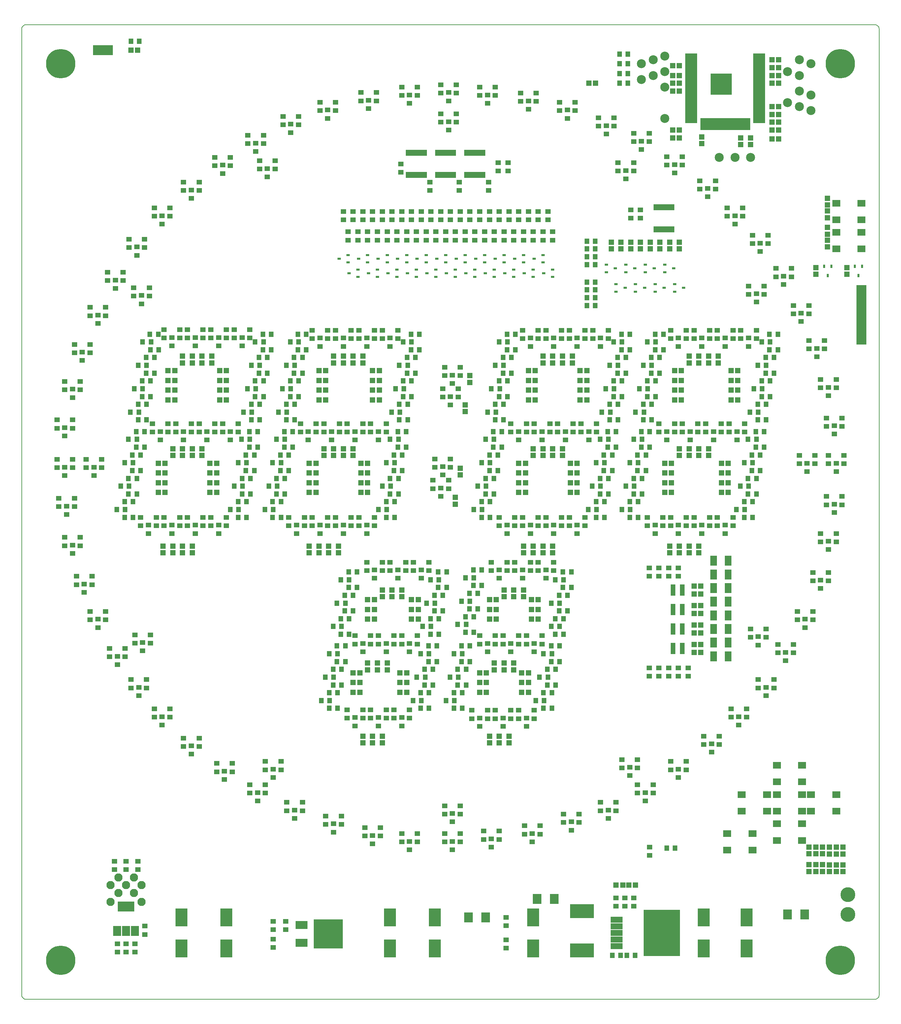
<source format=gts>
G04 PROTEUS RS274X GERBER FILE*
%FSLAX24Y24*%
%MOIN*%
%ADD47R,0.0580X0.0480*%
%ADD48R,0.0480X0.0580*%
%ADD49R,0.0790X0.0692*%
%ADD50R,0.0357X0.0633*%
%ADD22R,0.0370X0.0240*%
%ADD51R,0.0550X0.0550*%
%ADD52R,0.0450X0.0400*%
%ADD53R,0.1184X0.0554*%
%ADD54R,0.0554X0.1184*%
%ADD55R,0.2168X0.2168*%
%ADD56C,0.2968*%
%ADD29R,0.0240X0.0370*%
%ADD57R,0.0987X0.0987*%
%ADD58R,0.0908X0.1026*%
%ADD59R,0.1200X0.1800*%
%ADD60R,0.0800X0.1000*%
%ADD61R,0.1700X0.1000*%
%ADD62C,0.1500*%
%ADD63C,0.0908*%
%ADD64R,0.1000X0.1000*%
%ADD65R,0.1200X0.0620*%
%ADD66R,0.3700X0.4700*%
%ADD67R,0.2404X0.1420*%
%ADD68C,0.0829*%
%ADD69R,0.0700X0.1000*%
%ADD74R,0.2950X0.2950*%
%ADD75R,0.1200X0.0800*%
%ADD45C,0.0080*%
G54D47*
X-28937Y+28254D03*
X-28937Y+27414D03*
X-28149Y+27467D03*
X-28149Y+26627D03*
X-27362Y+28254D03*
X-27362Y+27414D03*
X-26574Y+28254D03*
X-26574Y+27414D03*
X-25787Y+27467D03*
X-25787Y+26627D03*
X-25000Y+28254D03*
X-25000Y+27414D03*
X-24212Y+28254D03*
X-24212Y+27414D03*
X-23425Y+27467D03*
X-23425Y+26627D03*
X-22637Y+28254D03*
X-22637Y+27414D03*
X-21850Y+28254D03*
X-21850Y+27414D03*
X-21062Y+27467D03*
X-21062Y+26627D03*
X-20275Y+28254D03*
X-20275Y+27414D03*
G54D48*
X-18110Y+27808D03*
X-18950Y+27808D03*
X-18897Y+27021D03*
X-19737Y+27021D03*
X-18110Y+26233D03*
X-18950Y+26233D03*
X-18503Y+25446D03*
X-19343Y+25446D03*
X-19291Y+24658D03*
X-20131Y+24658D03*
X-18503Y+23871D03*
X-19343Y+23871D03*
X-18897Y+23084D03*
X-19737Y+23084D03*
X-19685Y+22296D03*
X-20525Y+22296D03*
X-18897Y+21509D03*
X-19737Y+21509D03*
X-19291Y+20721D03*
X-20131Y+20721D03*
X-20078Y+19934D03*
X-20918Y+19934D03*
X-19291Y+19147D03*
X-20131Y+19147D03*
X-29527Y+27808D03*
X-30367Y+27808D03*
X-30262Y+27021D03*
X-31102Y+27021D03*
X-29474Y+26233D03*
X-30314Y+26233D03*
X-29921Y+25446D03*
X-30761Y+25446D03*
X-30708Y+24658D03*
X-31548Y+24658D03*
X-29921Y+23871D03*
X-30761Y+23871D03*
X-30314Y+23084D03*
X-31154Y+23084D03*
X-31102Y+22296D03*
X-31942Y+22296D03*
X-30314Y+21509D03*
X-31154Y+21509D03*
X-30708Y+20721D03*
X-31548Y+20721D03*
X-31496Y+19934D03*
X-32336Y+19934D03*
X-30708Y+19147D03*
X-31548Y+19147D03*
G54D47*
X-30118Y+18753D03*
X-30118Y+17913D03*
X-29330Y+17965D03*
X-29330Y+17125D03*
X-28543Y+18753D03*
X-28543Y+17913D03*
X-27755Y+18753D03*
X-27755Y+17913D03*
X-26968Y+17965D03*
X-26968Y+17125D03*
X-26181Y+18753D03*
X-26181Y+17913D03*
X-25393Y+18753D03*
X-25393Y+17913D03*
X-24606Y+17965D03*
X-24606Y+17125D03*
X-23818Y+18753D03*
X-23818Y+17913D03*
X-23031Y+18753D03*
X-23031Y+17913D03*
X-22244Y+17965D03*
X-22244Y+17125D03*
X-21456Y+18753D03*
X-21456Y+17913D03*
G54D48*
X-19488Y+17965D03*
X-20328Y+17965D03*
X-20275Y+17178D03*
X-21115Y+17178D03*
X-19488Y+16391D03*
X-20328Y+16391D03*
X-19829Y+15603D03*
X-20669Y+15603D03*
X-20616Y+14816D03*
X-21456Y+14816D03*
X-19829Y+14028D03*
X-20669Y+14028D03*
X-20222Y+13241D03*
X-21062Y+13241D03*
X-21010Y+12454D03*
X-21850Y+12454D03*
X-20222Y+11666D03*
X-21062Y+11666D03*
X-20616Y+10879D03*
X-21456Y+10879D03*
X-21404Y+10091D03*
X-22244Y+10091D03*
X-20616Y+9304D03*
X-21456Y+9304D03*
X-30905Y+17965D03*
X-31745Y+17965D03*
X-31692Y+17178D03*
X-32532Y+17178D03*
X-30905Y+16391D03*
X-31745Y+16391D03*
X-31299Y+15603D03*
X-32139Y+15603D03*
X-32086Y+14816D03*
X-32926Y+14816D03*
X-31299Y+14028D03*
X-32139Y+14028D03*
X-31692Y+13241D03*
X-32532Y+13241D03*
X-32480Y+12454D03*
X-33320Y+12454D03*
X-31692Y+11666D03*
X-32532Y+11666D03*
X-32086Y+10879D03*
X-32926Y+10879D03*
X-32874Y+10091D03*
X-33714Y+10091D03*
X-32086Y+9304D03*
X-32926Y+9304D03*
G54D47*
X-31299Y+9304D03*
X-31299Y+8464D03*
X-30511Y+8517D03*
X-30511Y+7677D03*
X-29724Y+9304D03*
X-29724Y+8464D03*
X-28937Y+9304D03*
X-28937Y+8464D03*
X-28149Y+8517D03*
X-28149Y+7677D03*
X-27362Y+9304D03*
X-27362Y+8464D03*
X-26574Y+9304D03*
X-26574Y+8464D03*
X-25787Y+8517D03*
X-25787Y+7677D03*
X-25000Y+9304D03*
X-25000Y+8464D03*
X-24212Y+9304D03*
X-24212Y+8464D03*
X-23425Y+8517D03*
X-23425Y+7677D03*
X-22637Y+9304D03*
X-22637Y+8464D03*
X-13976Y+28202D03*
X-13976Y+27362D03*
X-13188Y+27414D03*
X-13188Y+26574D03*
X-12401Y+28202D03*
X-12401Y+27362D03*
X-11614Y+28202D03*
X-11614Y+27362D03*
X-10826Y+27414D03*
X-10826Y+26574D03*
X-10039Y+28202D03*
X-10039Y+27362D03*
X-9251Y+28202D03*
X-9251Y+27362D03*
X-8464Y+27414D03*
X-8464Y+26574D03*
X-7677Y+28202D03*
X-7677Y+27362D03*
X-6889Y+28202D03*
X-6889Y+27362D03*
X-6102Y+27414D03*
X-6102Y+26574D03*
X-5314Y+28202D03*
X-5314Y+27362D03*
G54D48*
X-3149Y+27808D03*
X-3989Y+27808D03*
X-3937Y+27021D03*
X-4777Y+27021D03*
X-3149Y+26233D03*
X-3989Y+26233D03*
X-3543Y+25446D03*
X-4383Y+25446D03*
X-4330Y+24658D03*
X-5170Y+24658D03*
X-3543Y+23871D03*
X-4383Y+23871D03*
X-3937Y+23084D03*
X-4777Y+23084D03*
X-4724Y+22296D03*
X-5564Y+22296D03*
X-3937Y+21509D03*
X-4777Y+21509D03*
X-4330Y+20721D03*
X-5170Y+20721D03*
X-5118Y+19934D03*
X-5958Y+19934D03*
X-4330Y+19147D03*
X-5170Y+19147D03*
X-14566Y+27808D03*
X-15406Y+27808D03*
X-15354Y+27021D03*
X-16194Y+27021D03*
X-14566Y+26233D03*
X-15406Y+26233D03*
X-14960Y+25446D03*
X-15800Y+25446D03*
X-15748Y+24658D03*
X-16588Y+24658D03*
X-14960Y+23871D03*
X-15800Y+23871D03*
X-15354Y+23084D03*
X-16194Y+23084D03*
X-16141Y+22296D03*
X-16981Y+22296D03*
X-15354Y+21509D03*
X-16194Y+21509D03*
X-15748Y+20721D03*
X-16588Y+20721D03*
X-16535Y+19934D03*
X-17375Y+19934D03*
X-15748Y+19147D03*
X-16588Y+19147D03*
G54D47*
X-15157Y+18753D03*
X-15157Y+17913D03*
X-14370Y+17965D03*
X-14370Y+17125D03*
X-13582Y+18753D03*
X-13582Y+17913D03*
X-12795Y+18753D03*
X-12795Y+17913D03*
X-12007Y+17965D03*
X-12007Y+17125D03*
X-11220Y+18753D03*
X-11220Y+17913D03*
X-10433Y+18753D03*
X-10433Y+17913D03*
X-9645Y+17965D03*
X-9645Y+17125D03*
X-8858Y+18753D03*
X-8858Y+17913D03*
X-8070Y+18753D03*
X-8070Y+17913D03*
X-7283Y+17965D03*
X-7283Y+17125D03*
X-6496Y+18753D03*
X-6496Y+17913D03*
G54D48*
X-4474Y+17965D03*
X-5314Y+17965D03*
X-5262Y+17178D03*
X-6102Y+17178D03*
X-4474Y+16391D03*
X-5314Y+16391D03*
X-4868Y+15603D03*
X-5708Y+15603D03*
X-5656Y+14816D03*
X-6496Y+14816D03*
X-4868Y+14028D03*
X-5708Y+14028D03*
X-5262Y+13241D03*
X-6102Y+13241D03*
X-6049Y+12454D03*
X-6889Y+12454D03*
X-5262Y+11666D03*
X-6102Y+11666D03*
X-5656Y+10879D03*
X-6496Y+10879D03*
X-6443Y+10091D03*
X-7283Y+10091D03*
X-5656Y+9304D03*
X-6496Y+9304D03*
X-15944Y+17965D03*
X-16784Y+17965D03*
X-16732Y+17178D03*
X-17572Y+17178D03*
X-15944Y+16391D03*
X-16784Y+16391D03*
X-16338Y+15603D03*
X-17178Y+15603D03*
X-17125Y+14816D03*
X-17965Y+14816D03*
X-16338Y+14028D03*
X-17178Y+14028D03*
X-16732Y+13241D03*
X-17572Y+13241D03*
X-17519Y+12454D03*
X-18359Y+12454D03*
X-16732Y+11666D03*
X-17572Y+11666D03*
X-17125Y+10879D03*
X-17965Y+10879D03*
X-17913Y+10091D03*
X-18753Y+10091D03*
X-17125Y+9304D03*
X-17965Y+9304D03*
G54D47*
X-16338Y+9304D03*
X-16338Y+8464D03*
X-15551Y+8517D03*
X-15551Y+7677D03*
X-14763Y+9304D03*
X-14763Y+8464D03*
X-13976Y+9304D03*
X-13976Y+8464D03*
X-13188Y+8517D03*
X-13188Y+7677D03*
X-12401Y+9304D03*
X-12401Y+8464D03*
X-11614Y+9304D03*
X-11614Y+8464D03*
X-10826Y+8517D03*
X-10826Y+7677D03*
X-10039Y+9304D03*
X-10039Y+8464D03*
X-9251Y+9304D03*
X-9251Y+8464D03*
X-8464Y+8517D03*
X-8464Y+7677D03*
X-7677Y+9304D03*
X-7677Y+8464D03*
X-590Y+24462D03*
X-590Y+23622D03*
X+196Y+23674D03*
X+196Y+22834D03*
X+984Y+24462D03*
X+984Y+23622D03*
X-787Y+22296D03*
X-787Y+21456D03*
X+0Y+21509D03*
X+0Y+20669D03*
X+787Y+22296D03*
X+787Y+21456D03*
X-1574Y+15210D03*
X-1574Y+14370D03*
X-787Y+14422D03*
X-787Y+13582D03*
X+0Y+15210D03*
X+0Y+14370D03*
X-1771Y+13044D03*
X-1771Y+12204D03*
X-984Y+12257D03*
X-984Y+11417D03*
X-196Y+13044D03*
X-196Y+12204D03*
X+7283Y+28202D03*
X+7283Y+27362D03*
X+8070Y+27414D03*
X+8070Y+26574D03*
X+8858Y+28202D03*
X+8858Y+27362D03*
X+9645Y+28202D03*
X+9645Y+27362D03*
X+10433Y+27414D03*
X+10433Y+26574D03*
X+11220Y+28202D03*
X+11220Y+27362D03*
X+12007Y+28202D03*
X+12007Y+27362D03*
X+12795Y+27414D03*
X+12795Y+26574D03*
X+13582Y+28202D03*
X+13582Y+27362D03*
X+14370Y+28202D03*
X+14370Y+27362D03*
X+15157Y+27414D03*
X+15157Y+26574D03*
X+15944Y+28202D03*
X+15944Y+27362D03*
G54D48*
X+18110Y+27808D03*
X+17270Y+27808D03*
X+17322Y+27021D03*
X+16482Y+27021D03*
X+18110Y+26233D03*
X+17270Y+26233D03*
X+17716Y+25446D03*
X+16876Y+25446D03*
X+16929Y+24658D03*
X+16089Y+24658D03*
X+17716Y+23871D03*
X+16876Y+23871D03*
X+17322Y+23084D03*
X+16482Y+23084D03*
X+16535Y+22296D03*
X+15695Y+22296D03*
X+17322Y+21509D03*
X+16482Y+21509D03*
X+16929Y+20721D03*
X+16089Y+20721D03*
X+16141Y+19934D03*
X+15301Y+19934D03*
X+16929Y+19147D03*
X+16089Y+19147D03*
X+6548Y+27808D03*
X+5708Y+27808D03*
X+5761Y+27021D03*
X+4921Y+27021D03*
X+6548Y+26233D03*
X+5708Y+26233D03*
X+6154Y+25446D03*
X+5314Y+25446D03*
X+5367Y+24658D03*
X+4527Y+24658D03*
X+6154Y+23871D03*
X+5314Y+23871D03*
X+5761Y+23084D03*
X+4921Y+23084D03*
X+4973Y+22296D03*
X+4133Y+22296D03*
X+5761Y+21509D03*
X+4921Y+21509D03*
X+5367Y+20721D03*
X+4527Y+20721D03*
X+4580Y+19934D03*
X+3740Y+19934D03*
X+5367Y+19147D03*
X+4527Y+19147D03*
G54D47*
X+6102Y+18753D03*
X+6102Y+17913D03*
X+6889Y+17965D03*
X+6889Y+17125D03*
X+7677Y+18753D03*
X+7677Y+17913D03*
X+8464Y+18753D03*
X+8464Y+17913D03*
X+9251Y+17965D03*
X+9251Y+17125D03*
X+10039Y+18753D03*
X+10039Y+17913D03*
X+10826Y+18753D03*
X+10826Y+17913D03*
X+11614Y+17965D03*
X+11614Y+17125D03*
X+12401Y+18753D03*
X+12401Y+17913D03*
X+13188Y+18753D03*
X+13188Y+17913D03*
X+13976Y+17965D03*
X+13976Y+17125D03*
X+14763Y+18753D03*
X+14763Y+17913D03*
G54D48*
X+16732Y+17965D03*
X+15892Y+17965D03*
X+15944Y+17178D03*
X+15104Y+17178D03*
X+16732Y+16391D03*
X+15892Y+16391D03*
X+16338Y+15603D03*
X+15498Y+15603D03*
X+15551Y+14816D03*
X+14711Y+14816D03*
X+16338Y+14028D03*
X+15498Y+14028D03*
X+15944Y+13241D03*
X+15104Y+13241D03*
X+15157Y+12454D03*
X+14317Y+12454D03*
X+15944Y+11666D03*
X+15104Y+11666D03*
X+15551Y+10879D03*
X+14711Y+10879D03*
X+14763Y+10091D03*
X+13923Y+10091D03*
X+15551Y+9304D03*
X+14711Y+9304D03*
X+5170Y+17965D03*
X+4330Y+17965D03*
X+4383Y+17178D03*
X+3543Y+17178D03*
X+5170Y+16391D03*
X+4330Y+16391D03*
X+4777Y+15603D03*
X+3937Y+15603D03*
X+3989Y+14816D03*
X+3149Y+14816D03*
X+4777Y+14028D03*
X+3937Y+14028D03*
X+4383Y+13241D03*
X+3543Y+13241D03*
X+3595Y+12454D03*
X+2755Y+12454D03*
X+4383Y+11666D03*
X+3543Y+11666D03*
X+3989Y+10879D03*
X+3149Y+10879D03*
X+3202Y+10091D03*
X+2362Y+10091D03*
X+3989Y+9304D03*
X+3149Y+9304D03*
G54D47*
X+4921Y+9304D03*
X+4921Y+8464D03*
X+5708Y+8517D03*
X+5708Y+7677D03*
X+6496Y+9304D03*
X+6496Y+8464D03*
X+7283Y+9304D03*
X+7283Y+8464D03*
X+8070Y+8517D03*
X+8070Y+7677D03*
X+8858Y+9304D03*
X+8858Y+8464D03*
X+9645Y+9304D03*
X+9645Y+8464D03*
X+10433Y+8517D03*
X+10433Y+7677D03*
X+11220Y+9304D03*
X+11220Y+8464D03*
X+12007Y+9304D03*
X+12007Y+8464D03*
X+12795Y+8517D03*
X+12795Y+7677D03*
X+13582Y+9304D03*
X+13582Y+8464D03*
X+22244Y+28202D03*
X+22244Y+27362D03*
X+23031Y+27414D03*
X+23031Y+26574D03*
X+23818Y+28202D03*
X+23818Y+27362D03*
X+24606Y+28202D03*
X+24606Y+27362D03*
X+25393Y+27414D03*
X+25393Y+26574D03*
X+26181Y+28202D03*
X+26181Y+27362D03*
X+26968Y+28202D03*
X+26968Y+27362D03*
X+27755Y+27414D03*
X+27755Y+26574D03*
X+28543Y+28202D03*
X+28543Y+27362D03*
X+29330Y+28202D03*
X+29330Y+27362D03*
X+30118Y+27414D03*
X+30118Y+26574D03*
X+30905Y+28202D03*
X+30905Y+27362D03*
G54D48*
X+33070Y+27808D03*
X+32230Y+27808D03*
X+32283Y+27021D03*
X+31443Y+27021D03*
X+33070Y+26233D03*
X+32230Y+26233D03*
X+32677Y+25446D03*
X+31837Y+25446D03*
X+31889Y+24658D03*
X+31049Y+24658D03*
X+32677Y+23871D03*
X+31837Y+23871D03*
X+32283Y+23084D03*
X+31443Y+23084D03*
X+31496Y+22296D03*
X+30656Y+22296D03*
X+32283Y+21509D03*
X+31443Y+21509D03*
X+31889Y+20721D03*
X+31049Y+20721D03*
X+31102Y+19934D03*
X+30262Y+19934D03*
X+31889Y+19147D03*
X+31049Y+19147D03*
X+21509Y+27808D03*
X+20669Y+27808D03*
X+20721Y+27021D03*
X+19881Y+27021D03*
X+21509Y+26233D03*
X+20669Y+26233D03*
X+21115Y+25446D03*
X+20275Y+25446D03*
X+20328Y+24658D03*
X+19488Y+24658D03*
X+21115Y+23871D03*
X+20275Y+23871D03*
X+20721Y+23084D03*
X+19881Y+23084D03*
X+19934Y+22296D03*
X+19094Y+22296D03*
X+20721Y+21509D03*
X+19881Y+21509D03*
X+20328Y+20721D03*
X+19488Y+20721D03*
X+19540Y+19934D03*
X+18700Y+19934D03*
X+20328Y+19147D03*
X+19488Y+19147D03*
G54D47*
X+21062Y+18753D03*
X+21062Y+17913D03*
X+21850Y+17965D03*
X+21850Y+17125D03*
X+22637Y+18753D03*
X+22637Y+17913D03*
X+23425Y+18753D03*
X+23425Y+17913D03*
X+24212Y+17965D03*
X+24212Y+17125D03*
X+25000Y+18753D03*
X+25000Y+17913D03*
X+25787Y+18753D03*
X+25787Y+17913D03*
X+26574Y+17965D03*
X+26574Y+17125D03*
X+27362Y+18753D03*
X+27362Y+17913D03*
X+28149Y+18753D03*
X+28149Y+17913D03*
X+28937Y+17965D03*
X+28937Y+17125D03*
X+29724Y+18753D03*
X+29724Y+17913D03*
G54D48*
X+31692Y+17965D03*
X+30852Y+17965D03*
X+30905Y+17178D03*
X+30065Y+17178D03*
X+31692Y+16391D03*
X+30852Y+16391D03*
X+31299Y+15603D03*
X+30459Y+15603D03*
X+30511Y+14816D03*
X+29671Y+14816D03*
X+31299Y+14028D03*
X+30459Y+14028D03*
X+30905Y+13241D03*
X+30065Y+13241D03*
X+30118Y+12454D03*
X+29278Y+12454D03*
X+30905Y+11666D03*
X+30065Y+11666D03*
X+30511Y+10879D03*
X+29671Y+10879D03*
X+29724Y+10091D03*
X+28884Y+10091D03*
X+30511Y+9304D03*
X+29671Y+9304D03*
X+20131Y+17965D03*
X+19291Y+17965D03*
X+19343Y+17178D03*
X+18503Y+17178D03*
X+20131Y+16391D03*
X+19291Y+16391D03*
X+19737Y+15603D03*
X+18897Y+15603D03*
X+18950Y+14816D03*
X+18110Y+14816D03*
X+19737Y+14028D03*
X+18897Y+14028D03*
X+19343Y+13241D03*
X+18503Y+13241D03*
X+18556Y+12454D03*
X+17716Y+12454D03*
X+19343Y+11666D03*
X+18503Y+11666D03*
X+18950Y+10879D03*
X+18110Y+10879D03*
X+18162Y+10091D03*
X+17322Y+10091D03*
X+18950Y+9304D03*
X+18110Y+9304D03*
G54D47*
X+19881Y+9304D03*
X+19881Y+8464D03*
X+20669Y+8517D03*
X+20669Y+7677D03*
X+21456Y+9304D03*
X+21456Y+8464D03*
X+22244Y+9304D03*
X+22244Y+8464D03*
X+23031Y+8517D03*
X+23031Y+7677D03*
X+23818Y+9304D03*
X+23818Y+8464D03*
X+24606Y+9304D03*
X+24606Y+8464D03*
X+25393Y+8517D03*
X+25393Y+7677D03*
X+26181Y+9304D03*
X+26181Y+8464D03*
X+26968Y+9304D03*
X+26968Y+8464D03*
X+27755Y+8517D03*
X+27755Y+7677D03*
X+28543Y+9304D03*
X+28543Y+8464D03*
X-8464Y+4777D03*
X-8464Y+3937D03*
X-7677Y+3989D03*
X-7677Y+3149D03*
X-6889Y+4777D03*
X-6889Y+3937D03*
X-6102Y+4777D03*
X-6102Y+3937D03*
X-5314Y+3989D03*
X-5314Y+3149D03*
X-4527Y+4777D03*
X-4527Y+3937D03*
X-3740Y+4777D03*
X-3740Y+3937D03*
X-2952Y+3989D03*
X-2952Y+3149D03*
X-2165Y+4777D03*
X-2165Y+3937D03*
G54D48*
X-393Y+3792D03*
X-1233Y+3792D03*
X-1181Y+3005D03*
X-2021Y+3005D03*
X-393Y+2217D03*
X-1233Y+2217D03*
X-787Y+1430D03*
X-1627Y+1430D03*
X-1574Y+643D03*
X-2414Y+643D03*
X-787Y-144D03*
X-1627Y-144D03*
X-1181Y-931D03*
X-2021Y-931D03*
X-1968Y-1719D03*
X-2808Y-1719D03*
X-1181Y-2506D03*
X-2021Y-2506D03*
X-9448Y+3792D03*
X-10288Y+3792D03*
X-10236Y+3005D03*
X-11076Y+3005D03*
X-9448Y+2217D03*
X-10288Y+2217D03*
X-9842Y+1430D03*
X-10682Y+1430D03*
X-10629Y+643D03*
X-11469Y+643D03*
X-9842Y-144D03*
X-10682Y-144D03*
X-10236Y-931D03*
X-11076Y-931D03*
X-11023Y-1719D03*
X-11863Y-1719D03*
X-10236Y-2506D03*
X-11076Y-2506D03*
G54D47*
X-9645Y-2650D03*
X-9645Y-3490D03*
X-8858Y-3438D03*
X-8858Y-4278D03*
X-8070Y-2650D03*
X-8070Y-3490D03*
X-7283Y-2650D03*
X-7283Y-3490D03*
X-6496Y-3438D03*
X-6496Y-4278D03*
X-5708Y-2650D03*
X-5708Y-3490D03*
X-4921Y-2650D03*
X-4921Y-3490D03*
X-4133Y-3438D03*
X-4133Y-4278D03*
X-3346Y-2650D03*
X-3346Y-3490D03*
G54D48*
X-1377Y-3687D03*
X-2217Y-3687D03*
X-2165Y-4474D03*
X-3005Y-4474D03*
X-1377Y-5262D03*
X-2217Y-5262D03*
X-1771Y-6049D03*
X-2611Y-6049D03*
X-2559Y-6837D03*
X-3399Y-6837D03*
X-1771Y-7624D03*
X-2611Y-7624D03*
X-2165Y-8411D03*
X-3005Y-8411D03*
X-2952Y-9199D03*
X-3792Y-9199D03*
X-2165Y-9986D03*
X-3005Y-9986D03*
X-10629Y-3687D03*
X-11469Y-3687D03*
X-11417Y-4474D03*
X-12257Y-4474D03*
X-10629Y-5262D03*
X-11469Y-5262D03*
X-11023Y-6049D03*
X-11863Y-6049D03*
X-11811Y-6837D03*
X-12651Y-6837D03*
X-11023Y-7624D03*
X-11863Y-7624D03*
X-11417Y-8411D03*
X-12257Y-8411D03*
X-12204Y-9199D03*
X-13044Y-9199D03*
X-11417Y-9986D03*
X-12257Y-9986D03*
G54D47*
X-10433Y-10131D03*
X-10433Y-10971D03*
X-9645Y-10918D03*
X-9645Y-11758D03*
X-8858Y-10131D03*
X-8858Y-10971D03*
X-8070Y-10131D03*
X-8070Y-10971D03*
X-7283Y-10918D03*
X-7283Y-11758D03*
X-6496Y-10131D03*
X-6496Y-10971D03*
X-5708Y-10131D03*
X-5708Y-10971D03*
X-4921Y-10918D03*
X-4921Y-11758D03*
X-4133Y-10131D03*
X-4133Y-10971D03*
X+4133Y+4777D03*
X+4133Y+3937D03*
X+4921Y+3989D03*
X+4921Y+3149D03*
X+5708Y+4777D03*
X+5708Y+3937D03*
X+6496Y+4777D03*
X+6496Y+3937D03*
X+7283Y+3989D03*
X+7283Y+3149D03*
X+8070Y+4777D03*
X+8070Y+3937D03*
X+8858Y+4777D03*
X+8858Y+3937D03*
X+9645Y+3989D03*
X+9645Y+3149D03*
X+10433Y+4777D03*
X+10433Y+3937D03*
G54D48*
X+12204Y+3792D03*
X+11364Y+3792D03*
X+11417Y+3005D03*
X+10577Y+3005D03*
X+12204Y+2217D03*
X+11364Y+2217D03*
X+11811Y+1430D03*
X+10971Y+1430D03*
X+11023Y+643D03*
X+10183Y+643D03*
X+11811Y-144D03*
X+10971Y-144D03*
X+11417Y-931D03*
X+10577Y-931D03*
X+11023Y-1719D03*
X+10183Y-1719D03*
X+11417Y-2506D03*
X+10577Y-2506D03*
X+3149Y+3989D03*
X+2309Y+3989D03*
X+2362Y+3202D03*
X+1522Y+3202D03*
X+3149Y+2414D03*
X+2309Y+2414D03*
X+2755Y+1627D03*
X+1915Y+1627D03*
X+1968Y+840D03*
X+1128Y+840D03*
X+2755Y+52D03*
X+1915Y+52D03*
X+2362Y-734D03*
X+1522Y-734D03*
X+1574Y-1522D03*
X+734Y-1522D03*
X+2362Y-2309D03*
X+1522Y-2309D03*
G54D47*
X+2952Y-2650D03*
X+2952Y-3490D03*
X+3740Y-3438D03*
X+3740Y-4278D03*
X+4527Y-2650D03*
X+4527Y-3490D03*
X+5314Y-2650D03*
X+5314Y-3490D03*
X+6102Y-3438D03*
X+6102Y-4278D03*
X+6889Y-2650D03*
X+6889Y-3490D03*
X+7677Y-2650D03*
X+7677Y-3490D03*
X+8464Y-3438D03*
X+8464Y-4278D03*
X+9251Y-2650D03*
X+9251Y-3490D03*
G54D48*
X+11023Y-3687D03*
X+10183Y-3687D03*
X+10236Y-4474D03*
X+9396Y-4474D03*
X+11023Y-5262D03*
X+10183Y-5262D03*
X+10629Y-6049D03*
X+9789Y-6049D03*
X+9842Y-6837D03*
X+9002Y-6837D03*
X+10629Y-7624D03*
X+9789Y-7624D03*
X+10236Y-8411D03*
X+9396Y-8411D03*
X+9448Y-9199D03*
X+8608Y-9199D03*
X+10236Y-9986D03*
X+9396Y-9986D03*
X+1968Y-3687D03*
X+1128Y-3687D03*
X+1181Y-4474D03*
X+341Y-4474D03*
X+1968Y-5262D03*
X+1128Y-5262D03*
X+1574Y-6049D03*
X+734Y-6049D03*
X+787Y-6837D03*
X-52Y-6837D03*
X+1574Y-7624D03*
X+734Y-7624D03*
X+1181Y-8411D03*
X+341Y-8411D03*
X+393Y-9199D03*
X-446Y-9199D03*
X+1181Y-9986D03*
X+341Y-9986D03*
G54D47*
X+2165Y-10183D03*
X+2165Y-11023D03*
X+2952Y-10971D03*
X+2952Y-11811D03*
X+3740Y-10183D03*
X+3740Y-11023D03*
X+4527Y-10183D03*
X+4527Y-11023D03*
X+5314Y-10971D03*
X+5314Y-11811D03*
X+6102Y-10183D03*
X+6102Y-11023D03*
X+6889Y-10183D03*
X+6889Y-11023D03*
X+7677Y-10971D03*
X+7677Y-11811D03*
X+8464Y-10183D03*
X+8464Y-11023D03*
X+16929Y+45131D03*
X+16929Y+44291D03*
X+17716Y+44343D03*
X+17716Y+43503D03*
X+18503Y+45131D03*
X+18503Y+44291D03*
X+30118Y+32677D03*
X+30118Y+31837D03*
X+30905Y+31889D03*
X+30905Y+31049D03*
X+31692Y+32677D03*
X+31692Y+31837D03*
X+35236Y+15551D03*
X+35236Y+14711D03*
X+36023Y+14763D03*
X+36023Y+13923D03*
X+36811Y+15551D03*
X+36811Y+14711D03*
X+30314Y-1968D03*
X+30314Y-2808D03*
X+31102Y-2755D03*
X+31102Y-3595D03*
X+31889Y-1968D03*
X+31889Y-2808D03*
X+17322Y-15157D03*
X+17322Y-15997D03*
X+18110Y-15944D03*
X+18110Y-16784D03*
X+18897Y-15157D03*
X+18897Y-15997D03*
X-590Y-19829D03*
X-590Y-20669D03*
X+196Y-20616D03*
X+196Y-21456D03*
X+984Y-19829D03*
X+984Y-20669D03*
X-18700Y-15354D03*
X-18700Y-16194D03*
X-17913Y-16141D03*
X-17913Y-16981D03*
X-17125Y-15354D03*
X-17125Y-16194D03*
X-31889Y-2559D03*
X-31889Y-3399D03*
X-31102Y-3346D03*
X-31102Y-4186D03*
X-30314Y-2559D03*
X-30314Y-3399D03*
X-36811Y+15157D03*
X-36811Y+14317D03*
X-36023Y+14370D03*
X-36023Y+13530D03*
X-35236Y+15157D03*
X-35236Y+14317D03*
X-32000Y+32500D03*
X-32000Y+31660D03*
X-31212Y+31712D03*
X-31212Y+30872D03*
X-30425Y+32500D03*
X-30425Y+31660D03*
X-19291Y+45328D03*
X-19291Y+44488D03*
X-18503Y+44540D03*
X-18503Y+43700D03*
X-17716Y+45328D03*
X-17716Y+44488D03*
X-984Y+50052D03*
X-984Y+49212D03*
X-196Y+49265D03*
X-196Y+48425D03*
X+590Y+50052D03*
X+590Y+49212D03*
X-984Y+53005D03*
X-984Y+52165D03*
X-196Y+52217D03*
X-196Y+51377D03*
X+590Y+53005D03*
X+590Y+52165D03*
X+2952Y+52755D03*
X+2952Y+51915D03*
X+3740Y+51968D03*
X+3740Y+51128D03*
X+4527Y+52755D03*
X+4527Y+51915D03*
X+7086Y+52165D03*
X+7086Y+51325D03*
X+7874Y+51377D03*
X+7874Y+50537D03*
X+8661Y+52165D03*
X+8661Y+51325D03*
X+11023Y+51233D03*
X+11023Y+50393D03*
X+11811Y+50446D03*
X+11811Y+49606D03*
X+12598Y+51233D03*
X+12598Y+50393D03*
X+14960Y+49658D03*
X+14960Y+48818D03*
X+15748Y+48871D03*
X+15748Y+48031D03*
X+16535Y+49658D03*
X+16535Y+48818D03*
X+18503Y+48084D03*
X+18503Y+47244D03*
X+19291Y+47296D03*
X+19291Y+46456D03*
X+20078Y+48084D03*
X+20078Y+47244D03*
X+21850Y+45721D03*
X+21850Y+44881D03*
X+22637Y+44934D03*
X+22637Y+44094D03*
X+23425Y+45721D03*
X+23425Y+44881D03*
X+25196Y+43307D03*
X+25196Y+42467D03*
X+25984Y+42519D03*
X+25984Y+41679D03*
X+26771Y+43307D03*
X+26771Y+42467D03*
X+27952Y+40551D03*
X+27952Y+39711D03*
X+28740Y+39763D03*
X+28740Y+38923D03*
X+29527Y+40551D03*
X+29527Y+39711D03*
X+30511Y+37795D03*
X+30511Y+36955D03*
X+31299Y+37007D03*
X+31299Y+36167D03*
X+32086Y+37795D03*
X+32086Y+36955D03*
X+32874Y+34448D03*
X+32874Y+33608D03*
X+33661Y+33661D03*
X+33661Y+32821D03*
X+34448Y+34448D03*
X+34448Y+33608D03*
X+34645Y+30708D03*
X+34645Y+29868D03*
X+35433Y+29921D03*
X+35433Y+29081D03*
X+36220Y+30708D03*
X+36220Y+29868D03*
X+36220Y+27165D03*
X+36220Y+26325D03*
X+37007Y+26377D03*
X+37007Y+25537D03*
X+37795Y+27165D03*
X+37795Y+26325D03*
X+37401Y+23228D03*
X+37401Y+22388D03*
X+38188Y+22440D03*
X+38188Y+21600D03*
X+38976Y+23228D03*
X+38976Y+22388D03*
X+37992Y+19343D03*
X+37992Y+18503D03*
X+38779Y+18556D03*
X+38779Y+17716D03*
X+39566Y+19343D03*
X+39566Y+18503D03*
X+38188Y+15551D03*
X+38188Y+14711D03*
X+38976Y+14763D03*
X+38976Y+13923D03*
X+39763Y+15551D03*
X+39763Y+14711D03*
X+37992Y+11417D03*
X+37992Y+10577D03*
X+38779Y+10629D03*
X+38779Y+9789D03*
X+39566Y+11417D03*
X+39566Y+10577D03*
X+37401Y+7677D03*
X+37401Y+6837D03*
X+38188Y+6889D03*
X+38188Y+6049D03*
X+38976Y+7677D03*
X+38976Y+6837D03*
X+36614Y+3740D03*
X+36614Y+2900D03*
X+37401Y+2952D03*
X+37401Y+2112D03*
X+38188Y+3740D03*
X+38188Y+2900D03*
X+35039Y-196D03*
X+35039Y-1036D03*
X+35826Y-984D03*
X+35826Y-1824D03*
X+36614Y-196D03*
X+36614Y-1036D03*
X+33070Y-3543D03*
X+33070Y-4383D03*
X+33858Y-4330D03*
X+33858Y-5170D03*
X+34645Y-3543D03*
X+34645Y-4383D03*
X+31102Y-7086D03*
X+31102Y-7926D03*
X+31889Y-7874D03*
X+31889Y-8714D03*
X+32677Y-7086D03*
X+32677Y-7926D03*
X+28346Y-10039D03*
X+28346Y-10879D03*
X+29133Y-10826D03*
X+29133Y-11666D03*
X+29921Y-10039D03*
X+29921Y-10879D03*
X+25590Y-12795D03*
X+25590Y-13635D03*
X+26377Y-13582D03*
X+26377Y-14422D03*
X+27165Y-12795D03*
X+27165Y-13635D03*
X+22244Y-15354D03*
X+22244Y-16194D03*
X+23031Y-16141D03*
X+23031Y-16981D03*
X+23818Y-15354D03*
X+23818Y-16194D03*
X+18897Y-17716D03*
X+18897Y-18556D03*
X+19685Y-18503D03*
X+19685Y-19343D03*
X+20472Y-17716D03*
X+20472Y-18556D03*
X+15157Y-19488D03*
X+15157Y-20328D03*
X+15944Y-20275D03*
X+15944Y-21115D03*
X+16732Y-19488D03*
X+16732Y-20328D03*
X+11417Y-20669D03*
X+11417Y-21509D03*
X+12204Y-21456D03*
X+12204Y-22296D03*
X+12992Y-20669D03*
X+12992Y-21509D03*
X+7480Y-21850D03*
X+7480Y-22690D03*
X+8267Y-22637D03*
X+8267Y-23477D03*
X+9055Y-21850D03*
X+9055Y-22690D03*
X+3346Y-22388D03*
X+3346Y-23228D03*
X+4133Y-23175D03*
X+4133Y-24015D03*
X+4921Y-22388D03*
X+4921Y-23228D03*
X-590Y-22637D03*
X-590Y-23477D03*
X+196Y-23425D03*
X+196Y-24265D03*
X+984Y-22637D03*
X+984Y-23477D03*
X-4921Y-22637D03*
X-4921Y-23477D03*
X-4133Y-23425D03*
X-4133Y-24265D03*
X-3346Y-22637D03*
X-3346Y-23477D03*
X-8661Y-22047D03*
X-8661Y-22887D03*
X-7874Y-22834D03*
X-7874Y-23674D03*
X-7086Y-22047D03*
X-7086Y-22887D03*
X-12598Y-20866D03*
X-12598Y-21706D03*
X-11811Y-21653D03*
X-11811Y-22493D03*
X-11023Y-20866D03*
X-11023Y-21706D03*
X-16535Y-19488D03*
X-16535Y-20328D03*
X-15748Y-20275D03*
X-15748Y-21115D03*
X-14960Y-19488D03*
X-14960Y-20328D03*
X-20275Y-17716D03*
X-20275Y-18556D03*
X-19488Y-18503D03*
X-19488Y-19343D03*
X-18700Y-17716D03*
X-18700Y-18556D03*
X-23622Y-15551D03*
X-23622Y-16391D03*
X-22834Y-16338D03*
X-22834Y-17178D03*
X-22047Y-15551D03*
X-22047Y-16391D03*
X-26968Y-12992D03*
X-26968Y-13832D03*
X-26181Y-13779D03*
X-26181Y-14619D03*
X-25393Y-12992D03*
X-25393Y-13832D03*
X-29921Y-10039D03*
X-29921Y-10879D03*
X-29133Y-10826D03*
X-29133Y-11666D03*
X-28346Y-10039D03*
X-28346Y-10879D03*
X-32283Y-7086D03*
X-32283Y-7926D03*
X-31496Y-7874D03*
X-31496Y-8714D03*
X-30708Y-7086D03*
X-30708Y-7926D03*
X-34448Y-3937D03*
X-34448Y-4777D03*
X-33661Y-4724D03*
X-33661Y-5564D03*
X-32874Y-3937D03*
X-32874Y-4777D03*
X-36417Y-196D03*
X-36417Y-1036D03*
X-35629Y-984D03*
X-35629Y-1824D03*
X-34842Y-196D03*
X-34842Y-1036D03*
X-37795Y+3346D03*
X-37795Y+2506D03*
X-37007Y+2559D03*
X-37007Y+1719D03*
X-36220Y+3346D03*
X-36220Y+2506D03*
X-38976Y+7283D03*
X-38976Y+6443D03*
X-38188Y+6496D03*
X-38188Y+5656D03*
X-37401Y+7283D03*
X-37401Y+6443D03*
X-39566Y+11220D03*
X-39566Y+10380D03*
X-38779Y+10433D03*
X-38779Y+9593D03*
X-37992Y+11220D03*
X-37992Y+10380D03*
X-39763Y+15157D03*
X-39763Y+14317D03*
X-38976Y+14370D03*
X-38976Y+13530D03*
X-38188Y+15157D03*
X-38188Y+14317D03*
X-39763Y+19147D03*
X-39763Y+18307D03*
X-38976Y+18359D03*
X-38976Y+17519D03*
X-38188Y+19147D03*
X-38188Y+18307D03*
X-38976Y+23031D03*
X-38976Y+22191D03*
X-38188Y+22244D03*
X-38188Y+21404D03*
X-37401Y+23031D03*
X-37401Y+22191D03*
X-37992Y+26771D03*
X-37992Y+25931D03*
X-37204Y+25984D03*
X-37204Y+25144D03*
X-36417Y+26771D03*
X-36417Y+25931D03*
X-36417Y+30511D03*
X-36417Y+29671D03*
X-35629Y+29724D03*
X-35629Y+28884D03*
X-34842Y+30511D03*
X-34842Y+29671D03*
X-34645Y+34055D03*
X-34645Y+33215D03*
X-33858Y+33267D03*
X-33858Y+32427D03*
X-33070Y+34055D03*
X-33070Y+33215D03*
X-32480Y+37401D03*
X-32480Y+36561D03*
X-31692Y+36614D03*
X-31692Y+35774D03*
X-30905Y+37401D03*
X-30905Y+36561D03*
X-29921Y+40551D03*
X-29921Y+39711D03*
X-29133Y+39763D03*
X-29133Y+38923D03*
X-28346Y+40551D03*
X-28346Y+39711D03*
X-26968Y+43162D03*
X-26968Y+42322D03*
X-26181Y+42375D03*
X-26181Y+41535D03*
X-25393Y+43162D03*
X-25393Y+42322D03*
X-23818Y+45669D03*
X-23818Y+44829D03*
X-23031Y+44881D03*
X-23031Y+44041D03*
X-22244Y+45669D03*
X-22244Y+44829D03*
X-20472Y+47887D03*
X-20472Y+47047D03*
X-19685Y+47099D03*
X-19685Y+46259D03*
X-18897Y+47887D03*
X-18897Y+47047D03*
X-16929Y+49803D03*
X-16929Y+48963D03*
X-16141Y+49015D03*
X-16141Y+48175D03*
X-15354Y+49803D03*
X-15354Y+48963D03*
X-13188Y+51233D03*
X-13188Y+50393D03*
X-12401Y+50446D03*
X-12401Y+49606D03*
X-11614Y+51233D03*
X-11614Y+50393D03*
X-9055Y+52217D03*
X-9055Y+51377D03*
X-8267Y+51430D03*
X-8267Y+50590D03*
X-7480Y+52217D03*
X-7480Y+51377D03*
X-4921Y+52755D03*
X-4921Y+51915D03*
X-4133Y+51968D03*
X-4133Y+51128D03*
X-3346Y+52755D03*
X-3346Y+51915D03*
G54D49*
X+32972Y-15748D03*
X+35531Y-15748D03*
X+32972Y-17421D03*
X+35531Y-17421D03*
X+32972Y-18700D03*
X+35531Y-18700D03*
X+32972Y-20374D03*
X+35531Y-20374D03*
X+27952Y-22637D03*
X+30511Y-22637D03*
X+27952Y-24311D03*
X+30511Y-24311D03*
X+29429Y-18700D03*
X+31988Y-18700D03*
X+29429Y-20374D03*
X+31988Y-20374D03*
X+36417Y-18700D03*
X+38976Y-18700D03*
X+36417Y-20374D03*
X+38976Y-20374D03*
X+32972Y-21653D03*
X+35531Y-21653D03*
X+32972Y-23326D03*
X+35531Y-23326D03*
G54D50*
X+3346Y+46125D03*
X+3090Y+46125D03*
X+2834Y+46125D03*
X+2578Y+46125D03*
X+2322Y+46125D03*
X+2066Y+46125D03*
X+1811Y+46125D03*
X+1555Y+46125D03*
X+1555Y+43881D03*
X+1811Y+43881D03*
X+2066Y+43881D03*
X+2322Y+43881D03*
X+2578Y+43881D03*
X+2834Y+43881D03*
X+3090Y+43881D03*
X+3346Y+43881D03*
X+393Y+46125D03*
X+137Y+46125D03*
X-118Y+46125D03*
X-374Y+46125D03*
X-629Y+46125D03*
X-885Y+46125D03*
X-1141Y+46125D03*
X-1397Y+46125D03*
X-1397Y+43881D03*
X-1141Y+43881D03*
X-885Y+43881D03*
X-629Y+43881D03*
X-374Y+43881D03*
X-118Y+43881D03*
X+137Y+43881D03*
X+393Y+43881D03*
X-2559Y+46125D03*
X-2814Y+46125D03*
X-3070Y+46125D03*
X-3326Y+46125D03*
X-3582Y+46125D03*
X-3838Y+46125D03*
X-4094Y+46125D03*
X-4350Y+46125D03*
X-4350Y+43881D03*
X-4094Y+43881D03*
X-3838Y+43881D03*
X-3582Y+43881D03*
X-3326Y+43881D03*
X-3070Y+43881D03*
X-2814Y+43881D03*
X-2559Y+43881D03*
G54D22*
X+10334Y+33582D03*
X+10334Y+34330D03*
X+9429Y+33956D03*
X+9350Y+35059D03*
X+9350Y+35807D03*
X+8444Y+35433D03*
X+8366Y+33582D03*
X+8366Y+34330D03*
X+7460Y+33956D03*
X+7381Y+35059D03*
X+7381Y+35807D03*
X+6476Y+35433D03*
X+6397Y+33582D03*
X+6397Y+34330D03*
X+5492Y+33956D03*
X+5413Y+35059D03*
X+5413Y+35807D03*
X+4507Y+35433D03*
X+4429Y+33582D03*
X+4429Y+34330D03*
X+3523Y+33956D03*
X+3444Y+35059D03*
X+3444Y+35807D03*
X+2539Y+35433D03*
X+2460Y+33582D03*
X+2460Y+34330D03*
X+1555Y+33956D03*
X+1476Y+35059D03*
X+1476Y+35807D03*
X+570Y+35433D03*
X+492Y+33582D03*
X+492Y+34330D03*
X-413Y+33956D03*
X-492Y+35059D03*
X-492Y+35807D03*
X-1397Y+35433D03*
X-1476Y+33582D03*
X-1476Y+34330D03*
X-2381Y+33956D03*
X-2460Y+35059D03*
X-2460Y+35807D03*
X-3366Y+35433D03*
X-3444Y+33582D03*
X-3444Y+34330D03*
X-4350Y+33956D03*
X-4429Y+35059D03*
X-4429Y+35807D03*
X-5334Y+35433D03*
X-5413Y+33582D03*
X-5413Y+34330D03*
X-6318Y+33956D03*
X-6397Y+35059D03*
X-6397Y+35807D03*
X-7303Y+35433D03*
X-7381Y+33582D03*
X-7381Y+34330D03*
X-8287Y+33956D03*
X-8366Y+35059D03*
X-8366Y+35807D03*
X-9271Y+35433D03*
X-9350Y+33582D03*
X-9350Y+34330D03*
X-10255Y+33956D03*
X-10334Y+35059D03*
X-10334Y+35807D03*
X-11240Y+35433D03*
G54D47*
X+9842Y+40210D03*
X+9842Y+39370D03*
X+8858Y+40210D03*
X+8858Y+39370D03*
X+7874Y+40210D03*
X+7874Y+39370D03*
X+6889Y+40210D03*
X+6889Y+39370D03*
X+5905Y+40210D03*
X+5905Y+39370D03*
X+4921Y+40210D03*
X+4921Y+39370D03*
X+3937Y+40210D03*
X+3937Y+39370D03*
X+2952Y+40210D03*
X+2952Y+39370D03*
X+1968Y+40210D03*
X+1968Y+39370D03*
X+984Y+40210D03*
X+984Y+39370D03*
X+0Y+40210D03*
X+0Y+39370D03*
X-984Y+40210D03*
X-984Y+39370D03*
X-1968Y+40210D03*
X-1968Y+39370D03*
X-2952Y+40210D03*
X-2952Y+39370D03*
X-3937Y+40210D03*
X-3937Y+39370D03*
X-4921Y+40210D03*
X-4921Y+39370D03*
X-5905Y+40210D03*
X-5905Y+39370D03*
X-6889Y+40210D03*
X-6889Y+39370D03*
X-7874Y+40210D03*
X-7874Y+39370D03*
X-8858Y+40210D03*
X-8858Y+39370D03*
X-9842Y+40210D03*
X-9842Y+39370D03*
X-10826Y+40210D03*
X-10826Y+39370D03*
X+10334Y+38149D03*
X+10334Y+37309D03*
X+9350Y+38149D03*
X+9350Y+37309D03*
X+8366Y+38149D03*
X+8366Y+37309D03*
X+7381Y+38149D03*
X+7381Y+37309D03*
X+6397Y+38149D03*
X+6397Y+37309D03*
X+5413Y+38149D03*
X+5413Y+37309D03*
X+4429Y+38149D03*
X+4429Y+37309D03*
X+3444Y+38149D03*
X+3444Y+37309D03*
X+2460Y+38149D03*
X+2460Y+37309D03*
X+1476Y+38149D03*
X+1476Y+37309D03*
X+492Y+38149D03*
X+492Y+37309D03*
X-492Y+38149D03*
X-492Y+37309D03*
X-1476Y+38149D03*
X-1476Y+37309D03*
X-2460Y+38149D03*
X-2460Y+37309D03*
X-3444Y+38149D03*
X-3444Y+37309D03*
X-4429Y+38149D03*
X-4429Y+37309D03*
X-5413Y+38149D03*
X-5413Y+37309D03*
X-6397Y+38149D03*
X-6397Y+37309D03*
X-7381Y+38149D03*
X-7381Y+37309D03*
X-8366Y+38149D03*
X-8366Y+37309D03*
X-9350Y+38149D03*
X-9350Y+37309D03*
X-10334Y+38149D03*
X-10334Y+37309D03*
G54D50*
X+20669Y+38385D03*
X+20925Y+38385D03*
X+21181Y+38385D03*
X+21437Y+38385D03*
X+21692Y+38385D03*
X+21948Y+38385D03*
X+22204Y+38385D03*
X+22460Y+38385D03*
X+22460Y+40629D03*
X+22204Y+40629D03*
X+21948Y+40629D03*
X+21692Y+40629D03*
X+21437Y+40629D03*
X+21181Y+40629D03*
X+20925Y+40629D03*
X+20669Y+40629D03*
G54D51*
X+23129Y+37097D03*
X+23129Y+36417D03*
X+22145Y+37097D03*
X+22145Y+36417D03*
X+21161Y+37097D03*
X+21161Y+36417D03*
X+20177Y+37097D03*
X+20177Y+36417D03*
X+19192Y+37097D03*
X+19192Y+36417D03*
X+18208Y+37097D03*
X+18208Y+36417D03*
X+17224Y+37097D03*
X+17224Y+36417D03*
X+16240Y+37097D03*
X+16240Y+36417D03*
G54D22*
X+15748Y+34822D03*
X+15748Y+34074D03*
X+16653Y+34448D03*
X+16732Y+32854D03*
X+16732Y+32106D03*
X+17637Y+32480D03*
X+17716Y+34822D03*
X+17716Y+34074D03*
X+18622Y+34448D03*
X+18700Y+32854D03*
X+18700Y+32106D03*
X+19606Y+32480D03*
X+19685Y+34822D03*
X+19685Y+34074D03*
X+20590Y+34448D03*
X+20669Y+32854D03*
X+20669Y+32106D03*
X+21574Y+32480D03*
X+21653Y+34822D03*
X+21653Y+34074D03*
X+22559Y+34448D03*
X+22637Y+32854D03*
X+22637Y+32106D03*
X+23543Y+32480D03*
G54D52*
X+23422Y-4317D03*
X+23422Y-3947D03*
X+23422Y-3567D03*
X+22482Y-3567D03*
X+22482Y-3937D03*
X+22482Y-4317D03*
X+23422Y-2348D03*
X+23422Y-1978D03*
X+23422Y-1598D03*
X+22482Y-1598D03*
X+22482Y-1968D03*
X+22482Y-2348D03*
X+23422Y-380D03*
X+23422Y-10D03*
X+23422Y+370D03*
X+22482Y+370D03*
X+22482Y+0D03*
X+22482Y-380D03*
X+23422Y+1588D03*
X+23422Y+1958D03*
X+23422Y+2338D03*
X+22482Y+2338D03*
X+22482Y+1968D03*
X+22482Y+1588D03*
G54D47*
X+19192Y+40354D03*
X+19192Y+39514D03*
X+18208Y+40354D03*
X+18208Y+39514D03*
X+3838Y+43173D03*
X+3838Y+42333D03*
X+4822Y+44301D03*
X+4822Y+45141D03*
X+885Y+43173D03*
X+885Y+42333D03*
X-2066Y+43173D03*
X-2066Y+42333D03*
X+5807Y+44301D03*
X+5807Y+45141D03*
X-5019Y+44157D03*
X-5019Y+44997D03*
G54D51*
X+36220Y-24006D03*
X+36220Y-24686D03*
X+36909Y-24006D03*
X+36909Y-24686D03*
X+37598Y-23997D03*
X+37598Y-24677D03*
X+38287Y-24015D03*
X+38287Y-24695D03*
X+38976Y-24015D03*
X+38976Y-24695D03*
X+39665Y-24015D03*
X+39665Y-24695D03*
X+36909Y-26467D03*
X+36909Y-25787D03*
X+36220Y-26467D03*
X+36220Y-25787D03*
X+38287Y-26476D03*
X+38287Y-25796D03*
X+37598Y-26458D03*
X+37598Y-25778D03*
X+39665Y-26476D03*
X+39665Y-25796D03*
X+38976Y-26476D03*
X+38976Y-25796D03*
G54D53*
X+24311Y+55905D03*
X+24311Y+55405D03*
X+24311Y+54905D03*
X+24311Y+54405D03*
X+24311Y+53905D03*
X+24311Y+53405D03*
X+24311Y+52905D03*
X+24311Y+52405D03*
X+24311Y+51905D03*
X+24311Y+51405D03*
X+24311Y+50905D03*
X+24311Y+50405D03*
X+24311Y+49905D03*
X+24311Y+49405D03*
G54D54*
X+25505Y+49011D03*
X+26005Y+49011D03*
X+26505Y+49011D03*
X+27005Y+49011D03*
X+27505Y+49011D03*
X+28005Y+49011D03*
X+28505Y+49011D03*
X+29005Y+49011D03*
X+29505Y+49011D03*
X+30005Y+49011D03*
G54D53*
X+31200Y+49405D03*
X+31200Y+49905D03*
X+31200Y+50405D03*
X+31200Y+50905D03*
X+31200Y+51405D03*
X+31200Y+51905D03*
X+31200Y+52405D03*
X+31200Y+52905D03*
X+31200Y+53405D03*
X+31200Y+53905D03*
X+31200Y+54405D03*
X+31200Y+54905D03*
X+31200Y+55405D03*
G54D55*
X+27362Y+53051D03*
G54D53*
X+31200Y+55905D03*
G54D56*
X-39370Y+55118D03*
X+39370Y+55118D03*
X-39370Y-35433D03*
X+39370Y-35433D03*
G54D49*
X+38976Y+41043D03*
X+41535Y+41043D03*
X+38976Y+39370D03*
X+41535Y+39370D03*
X+38976Y+38090D03*
X+41535Y+38090D03*
X+38976Y+36417D03*
X+41535Y+36417D03*
G54D51*
X+38090Y+36614D03*
X+38090Y+37294D03*
X+38090Y+39566D03*
X+38090Y+40246D03*
X+38090Y+41535D03*
X+38090Y+40855D03*
X+38090Y+38582D03*
X+38090Y+37902D03*
G54D29*
X+38484Y+34645D03*
X+37736Y+34645D03*
X+38110Y+33740D03*
X+41594Y+34645D03*
X+40846Y+34645D03*
X+41220Y+33740D03*
G54D51*
X+36909Y+34538D03*
X+36909Y+33858D03*
X+40059Y+34538D03*
X+40059Y+33858D03*
G54D57*
X+41535Y+27263D03*
X+41535Y+28263D03*
X+41535Y+29263D03*
X+41535Y+30263D03*
X+41535Y+31263D03*
X+41535Y+32263D03*
G54D51*
X+32480Y+47539D03*
X+33160Y+47539D03*
G54D48*
X+17913Y+53149D03*
X+17073Y+53149D03*
X+17913Y+54133D03*
X+17073Y+54133D03*
X+17913Y+55118D03*
X+17073Y+55118D03*
X+17913Y+56102D03*
X+17073Y+56102D03*
G54D58*
X+3543Y-31102D03*
X+1811Y-31102D03*
G54D59*
X-6102Y-31091D03*
X-6102Y-34251D03*
X-27165Y-31091D03*
X-27165Y-34251D03*
G54D47*
X-30881Y-31984D03*
X-30881Y-32824D03*
G54D60*
X-33685Y-32476D03*
X-32775Y-32476D03*
G54D61*
X-32775Y-29996D03*
G54D60*
X-31865Y-32476D03*
G54D47*
X-32775Y-33759D03*
X-32775Y-34599D03*
X-33661Y-33759D03*
X-33661Y-34599D03*
G54D62*
X+40157Y-30807D03*
X+40157Y-28807D03*
G54D51*
X-27066Y+25590D03*
X-27066Y+24910D03*
X-26082Y+25590D03*
X-26082Y+24910D03*
X-25098Y+25590D03*
X-25098Y+24910D03*
X-24114Y+25590D03*
X-24114Y+24910D03*
X-22637Y+24114D03*
X-23317Y+24114D03*
X-22637Y+23129D03*
X-23317Y+23129D03*
X-22637Y+22145D03*
X-23317Y+22145D03*
X-22637Y+21161D03*
X-23317Y+21161D03*
X-28543Y+24114D03*
X-27863Y+24114D03*
X-28543Y+23129D03*
X-27863Y+23129D03*
X-28543Y+22145D03*
X-27863Y+22145D03*
X-28543Y+21161D03*
X-27863Y+21161D03*
X-28051Y+16240D03*
X-28051Y+15560D03*
X-27066Y+16240D03*
X-27066Y+15560D03*
X-26082Y+16240D03*
X-26082Y+15560D03*
X-25098Y+16240D03*
X-25098Y+15560D03*
X-23622Y+14763D03*
X-24302Y+14763D03*
X-23622Y+13779D03*
X-24302Y+13779D03*
X-23622Y+12795D03*
X-24302Y+12795D03*
X-23622Y+11811D03*
X-24302Y+11811D03*
X-29527Y+14763D03*
X-28847Y+14763D03*
X-29527Y+13779D03*
X-28847Y+13779D03*
X-29527Y+12795D03*
X-28847Y+12795D03*
X-29527Y+11811D03*
X-28847Y+11811D03*
X-29035Y+6397D03*
X-29035Y+5717D03*
X-28051Y+6397D03*
X-28051Y+5717D03*
X-27066Y+6397D03*
X-27066Y+5717D03*
X-26082Y+6397D03*
X-26082Y+5717D03*
X-11811Y+25590D03*
X-11811Y+24910D03*
X-10826Y+25590D03*
X-10826Y+24910D03*
X-9842Y+25590D03*
X-9842Y+24910D03*
X-8858Y+25590D03*
X-8858Y+24910D03*
X-7194Y+24114D03*
X-7874Y+24114D03*
X-7194Y+23129D03*
X-7874Y+23129D03*
X-7194Y+22145D03*
X-7874Y+22145D03*
X-7194Y+21161D03*
X-7874Y+21161D03*
X-13287Y+24114D03*
X-12607Y+24114D03*
X-13287Y+23129D03*
X-12607Y+23129D03*
X-13287Y+22145D03*
X-12607Y+22145D03*
X-13287Y+21161D03*
X-12607Y+21161D03*
X-12795Y+16240D03*
X-12795Y+15560D03*
X-11811Y+16240D03*
X-11811Y+15560D03*
X-10826Y+16240D03*
X-10826Y+15560D03*
X-9842Y+16240D03*
X-9842Y+15560D03*
X-8366Y+14763D03*
X-9046Y+14763D03*
X-8366Y+13779D03*
X-9046Y+13779D03*
X-8366Y+12795D03*
X-9046Y+12795D03*
X-8366Y+11811D03*
X-9046Y+11811D03*
X-14271Y+14763D03*
X-13591Y+14763D03*
X-14271Y+13779D03*
X-13591Y+13779D03*
X-14271Y+12795D03*
X-13591Y+12795D03*
X-14271Y+11811D03*
X-13591Y+11811D03*
X-14271Y+6397D03*
X-14271Y+5717D03*
X-13287Y+6397D03*
X-13287Y+5717D03*
X-12303Y+6397D03*
X-12303Y+5717D03*
X-11318Y+6397D03*
X-11318Y+5717D03*
X+1968Y+23622D03*
X+1968Y+22942D03*
X+1476Y+20669D03*
X+1476Y+19989D03*
X+984Y+14271D03*
X+984Y+13591D03*
X+492Y+11318D03*
X+492Y+10638D03*
X+9350Y+25590D03*
X+9350Y+24910D03*
X+10334Y+25590D03*
X+10334Y+24910D03*
X+11318Y+25590D03*
X+11318Y+24910D03*
X+12303Y+25590D03*
X+12303Y+24910D03*
X+13779Y+24114D03*
X+13099Y+24114D03*
X+13779Y+23129D03*
X+13099Y+23129D03*
X+13779Y+22145D03*
X+13099Y+22145D03*
X+13779Y+21161D03*
X+13099Y+21161D03*
X+7874Y+24114D03*
X+8554Y+24114D03*
X+7874Y+23129D03*
X+8554Y+23129D03*
X+7874Y+22145D03*
X+8554Y+22145D03*
X+7874Y+21161D03*
X+8554Y+21161D03*
X+8366Y+16240D03*
X+8366Y+15560D03*
X+9350Y+16240D03*
X+9350Y+15560D03*
X+10334Y+16240D03*
X+10334Y+15560D03*
X+11318Y+16240D03*
X+11318Y+15560D03*
X+12795Y+14763D03*
X+12115Y+14763D03*
X+12795Y+13779D03*
X+12115Y+13779D03*
X+12795Y+12795D03*
X+12115Y+12795D03*
X+12795Y+11811D03*
X+12115Y+11811D03*
X+6889Y+14763D03*
X+7569Y+14763D03*
X+6889Y+13779D03*
X+7569Y+13779D03*
X+6889Y+12795D03*
X+7569Y+12795D03*
X+6889Y+11811D03*
X+7569Y+11811D03*
X+7381Y+6397D03*
X+7381Y+5717D03*
X+8366Y+6397D03*
X+8366Y+5717D03*
X+9350Y+6397D03*
X+9350Y+5717D03*
X+10334Y+6397D03*
X+10334Y+5717D03*
X+24114Y+25590D03*
X+24114Y+24910D03*
X+25098Y+25590D03*
X+25098Y+24910D03*
X+26082Y+25590D03*
X+26082Y+24910D03*
X+27066Y+25590D03*
X+27066Y+24910D03*
X+29035Y+24114D03*
X+28355Y+24114D03*
X+29035Y+23129D03*
X+28355Y+23129D03*
X+29035Y+22145D03*
X+28355Y+22145D03*
X+29035Y+21161D03*
X+28355Y+21161D03*
X+22637Y+24114D03*
X+23317Y+24114D03*
X+22637Y+23129D03*
X+23317Y+23129D03*
X+22637Y+22145D03*
X+23317Y+22145D03*
X+22637Y+21161D03*
X+23317Y+21161D03*
X+23129Y+16240D03*
X+23129Y+15560D03*
X+24114Y+16240D03*
X+24114Y+15560D03*
X+25098Y+16240D03*
X+25098Y+15560D03*
X+26082Y+16240D03*
X+26082Y+15560D03*
X+28051Y+14763D03*
X+27371Y+14763D03*
X+28051Y+13779D03*
X+27371Y+13779D03*
X+28051Y+12795D03*
X+27371Y+12795D03*
X+28051Y+11811D03*
X+27371Y+11811D03*
X+21653Y+14763D03*
X+22333Y+14763D03*
X+21653Y+13779D03*
X+22333Y+13779D03*
X+21653Y+12795D03*
X+22333Y+12795D03*
X+21653Y+11811D03*
X+22333Y+11811D03*
X+22145Y+6397D03*
X+22145Y+5717D03*
X+23129Y+6397D03*
X+23129Y+5717D03*
X+24114Y+6397D03*
X+24114Y+5717D03*
X+25098Y+6397D03*
X+25098Y+5717D03*
X-6889Y+1968D03*
X-6889Y+1288D03*
X-5905Y+1968D03*
X-5905Y+1288D03*
X-4921Y+1968D03*
X-4921Y+1288D03*
X-3257Y+984D03*
X-3937Y+984D03*
X-3257Y+0D03*
X-3937Y+0D03*
X-3257Y-984D03*
X-3937Y-984D03*
X-8366Y+984D03*
X-7686Y+984D03*
X-8366Y+0D03*
X-7686Y+0D03*
X-8366Y-984D03*
X-7686Y-984D03*
X-8366Y-5413D03*
X-8366Y-6093D03*
X-7381Y-5413D03*
X-7381Y-6093D03*
X-6397Y-5413D03*
X-6397Y-6093D03*
X-4429Y-6397D03*
X-5109Y-6397D03*
X-4429Y-7381D03*
X-5109Y-7381D03*
X-4429Y-8366D03*
X-5109Y-8366D03*
X-9842Y-6397D03*
X-9162Y-6397D03*
X-9842Y-7381D03*
X-9162Y-7381D03*
X-9842Y-8366D03*
X-9162Y-8366D03*
X-8858Y-12795D03*
X-8858Y-13475D03*
X-7874Y-12795D03*
X-7874Y-13475D03*
X-6889Y-12795D03*
X-6889Y-13475D03*
X+5413Y+1968D03*
X+5413Y+1288D03*
X+6397Y+1968D03*
X+6397Y+1288D03*
X+7381Y+1968D03*
X+7381Y+1288D03*
X+8858Y+984D03*
X+8178Y+984D03*
X+8858Y+0D03*
X+8178Y+0D03*
X+8858Y-984D03*
X+8178Y-984D03*
X+3937Y+984D03*
X+4617Y+984D03*
X+3937Y+0D03*
X+4617Y+0D03*
X+3937Y-984D03*
X+4617Y-984D03*
X+4429Y-5413D03*
X+4429Y-6093D03*
X+5413Y-5413D03*
X+5413Y-6093D03*
X+6397Y-5413D03*
X+6397Y-6093D03*
X+7874Y-6397D03*
X+7194Y-6397D03*
X+7874Y-7381D03*
X+7194Y-7381D03*
X+7874Y-8366D03*
X+7194Y-8366D03*
X+2952Y-6397D03*
X+3632Y-6397D03*
X+2952Y-7381D03*
X+3632Y-7381D03*
X+2952Y-8366D03*
X+3632Y-8366D03*
X+3937Y-12795D03*
X+3937Y-13475D03*
X+4921Y-12795D03*
X+4921Y-13475D03*
X+5905Y-12795D03*
X+5905Y-13475D03*
G54D63*
X+21653Y+55905D03*
X+20472Y+55511D03*
X+19291Y+55118D03*
X+21653Y+54330D03*
X+20472Y+53937D03*
X+19291Y+53543D03*
X+21653Y+52755D03*
X+21653Y+49606D03*
X+35236Y+55511D03*
X+36417Y+55118D03*
X+34055Y+54330D03*
X+35236Y+53937D03*
X+35236Y+52362D03*
X+36417Y+51968D03*
X+34055Y+51181D03*
X+35236Y+50787D03*
X+30314Y+45669D03*
X+28740Y+45669D03*
X+27165Y+45669D03*
G54D51*
X+22440Y+54921D03*
X+23120Y+54921D03*
X+23120Y+53937D03*
X+22440Y+53937D03*
X+33160Y+53149D03*
X+32480Y+53149D03*
X+22440Y+52362D03*
X+23120Y+52362D03*
X+22440Y+48425D03*
X+23120Y+48425D03*
X+22440Y+47637D03*
X+23120Y+47637D03*
X+25393Y+47047D03*
X+25393Y+47727D03*
X+30314Y+47637D03*
X+30314Y+46957D03*
X+29330Y+47637D03*
X+29330Y+46957D03*
X+32480Y+48425D03*
X+33160Y+48425D03*
X+32480Y+49212D03*
X+33160Y+49212D03*
X+32480Y+50000D03*
X+33160Y+50000D03*
X+32480Y+50787D03*
X+33160Y+50787D03*
X+23120Y+53149D03*
X+22440Y+53149D03*
X+32480Y+55511D03*
X+33160Y+55511D03*
X+13985Y+53149D03*
X+14665Y+53149D03*
G54D64*
X-35629Y+56496D03*
X-34629Y+56496D03*
G54D51*
X-32283Y+56496D03*
X-31603Y+56496D03*
G54D48*
X-32283Y+57381D03*
X-31443Y+57381D03*
G54D51*
X+32480Y+54724D03*
X+33160Y+54724D03*
X+32480Y+53937D03*
X+33160Y+53937D03*
G54D59*
X-22637Y-31091D03*
X-22637Y-34251D03*
X-1574Y-31091D03*
X-1574Y-34251D03*
G54D58*
X+35787Y-30807D03*
X+34055Y-30807D03*
G54D59*
X+29921Y-31091D03*
X+29921Y-34251D03*
X+25590Y-31091D03*
X+25590Y-34251D03*
G54D65*
X+16789Y-31337D03*
X+16789Y-32007D03*
G54D66*
X+21358Y-32677D03*
G54D65*
X+16789Y-32677D03*
X+16789Y-33347D03*
X+16789Y-34017D03*
G54D67*
X+13287Y-34448D03*
X+13287Y-30472D03*
G54D59*
X+8366Y-31091D03*
X+8366Y-34251D03*
G54D58*
X+10492Y-29232D03*
X+8759Y-29232D03*
G54D48*
X+17814Y-34940D03*
X+18654Y-34940D03*
X+16338Y-34940D03*
X+17178Y-34940D03*
G54D47*
X+16732Y-29973D03*
X+16732Y-29133D03*
X+17618Y-29973D03*
X+17618Y-29133D03*
X+18503Y-29973D03*
X+18503Y-29133D03*
G54D51*
X+16732Y-27854D03*
X+17412Y-27854D03*
X+18011Y-27854D03*
X+18691Y-27854D03*
G54D47*
X+5610Y-31102D03*
X+5610Y-31942D03*
X+5610Y-33366D03*
X+5610Y-34206D03*
X-31889Y-33759D03*
X-31889Y-34599D03*
X-33956Y-26279D03*
X-33956Y-25439D03*
X-32775Y-26279D03*
X-32775Y-25439D03*
X-31594Y-26279D03*
X-31594Y-25439D03*
G54D68*
X-33562Y-27066D03*
X-31988Y-27066D03*
X-31200Y-27854D03*
X-34350Y-27854D03*
X-32775Y-27854D03*
X-33562Y-28641D03*
X-31988Y-28641D03*
X-31200Y-29527D03*
X-34350Y-29527D03*
G54D47*
X+20131Y-24015D03*
X+20131Y-24855D03*
G54D48*
X+22690Y-24114D03*
X+21850Y-24114D03*
X+13779Y+37204D03*
X+14619Y+37204D03*
X+13779Y+36417D03*
X+14619Y+36417D03*
X+13779Y+35629D03*
X+14619Y+35629D03*
X+13779Y+34842D03*
X+14619Y+34842D03*
X+13779Y+33070D03*
X+14619Y+33070D03*
X+13779Y+32283D03*
X+14619Y+32283D03*
X+13779Y+31496D03*
X+14619Y+31496D03*
X+13779Y+30708D03*
X+14619Y+30708D03*
G54D69*
X+26574Y-4724D03*
X+28054Y-4724D03*
X+26574Y-3346D03*
X+28054Y-3346D03*
X+26574Y-1968D03*
X+28054Y-1968D03*
X+26574Y-590D03*
X+28054Y-590D03*
X+26574Y+787D03*
X+28054Y+787D03*
X+26574Y+2165D03*
X+28054Y+2165D03*
X+26574Y+3543D03*
X+28054Y+3543D03*
X+26574Y+4921D03*
X+28054Y+4921D03*
G54D51*
X+24606Y-4330D03*
X+25286Y-4330D03*
X+24606Y-3543D03*
X+25286Y-3543D03*
X+24606Y-2362D03*
X+25286Y-2362D03*
X+24606Y-1574D03*
X+25286Y-1574D03*
X+24606Y-393D03*
X+25286Y-393D03*
X+24606Y+393D03*
X+25286Y+393D03*
X+24606Y+1574D03*
X+25286Y+1574D03*
X+24606Y+2362D03*
X+25286Y+2362D03*
G54D47*
X+20078Y-5905D03*
X+20078Y-6745D03*
X+21062Y-5905D03*
X+21062Y-6745D03*
X+22047Y-5905D03*
X+22047Y-6745D03*
X+23031Y-5905D03*
X+23031Y-6745D03*
X+23031Y+3346D03*
X+23031Y+4186D03*
X+22047Y+3346D03*
X+22047Y+4186D03*
X+21062Y+3346D03*
X+21062Y+4186D03*
X+20078Y+3346D03*
X+20078Y+4186D03*
X+24015Y-5905D03*
X+24015Y-6745D03*
G54D74*
X-12339Y-32775D03*
G54D75*
X-15059Y-31875D03*
X-15059Y-33675D03*
G54D47*
X-16633Y-31496D03*
X-16633Y-32336D03*
X-17913Y-31496D03*
X-17913Y-32336D03*
X-17913Y-34153D03*
X-17913Y-33313D03*
G54D63*
X+36417Y+50393D03*
G54D45*
X-42913Y-39370D02*
X+42913Y-39370D01*
X+43307Y-38976D02*
X+43307Y+58661D01*
X+42913Y+59055D02*
X-42913Y+59055D01*
X-43307Y-38976D02*
X-43299Y-39056D01*
X-43277Y-39131D01*
X-43193Y-39256D01*
X-43068Y-39340D01*
X-42993Y-39362D01*
X-42913Y-39370D01*
X+42913Y-39370D02*
X+42993Y-39362D01*
X+43068Y-39340D01*
X+43193Y-39256D01*
X+43277Y-39131D01*
X+43299Y-39056D01*
X+43307Y-38976D01*
X+42913Y+59055D02*
X+42993Y+59047D01*
X+43068Y+59025D01*
X+43193Y+58941D01*
X+43277Y+58816D01*
X+43299Y+58741D01*
X+43307Y+58661D01*
X-43307Y+58661D02*
X-43299Y+58741D01*
X-43277Y+58816D01*
X-43193Y+58941D01*
X-43068Y+59025D01*
X-42993Y+59047D01*
X-42913Y+59055D01*
X-43307Y+58661D02*
X-43307Y-38976D01*
M00*

</source>
